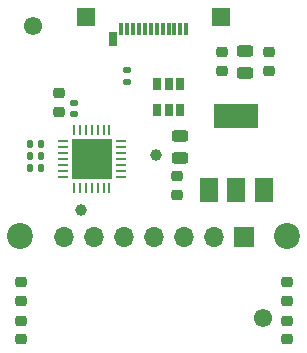
<source format=gbr>
%TF.GenerationSoftware,KiCad,Pcbnew,(5.99.0-11663-g8172737d6f)*%
%TF.CreationDate,2021-08-09T10:24:35+02:00*%
%TF.ProjectId,Framework_Serial,4672616d-6577-46f7-926b-5f5365726961,rev?*%
%TF.SameCoordinates,Original*%
%TF.FileFunction,Soldermask,Top*%
%TF.FilePolarity,Negative*%
%FSLAX46Y46*%
G04 Gerber Fmt 4.6, Leading zero omitted, Abs format (unit mm)*
G04 Created by KiCad (PCBNEW (5.99.0-11663-g8172737d6f)) date 2021-08-09 10:24:35*
%MOMM*%
%LPD*%
G01*
G04 APERTURE LIST*
G04 Aperture macros list*
%AMRoundRect*
0 Rectangle with rounded corners*
0 $1 Rounding radius*
0 $2 $3 $4 $5 $6 $7 $8 $9 X,Y pos of 4 corners*
0 Add a 4 corners polygon primitive as box body*
4,1,4,$2,$3,$4,$5,$6,$7,$8,$9,$2,$3,0*
0 Add four circle primitives for the rounded corners*
1,1,$1+$1,$2,$3*
1,1,$1+$1,$4,$5*
1,1,$1+$1,$6,$7*
1,1,$1+$1,$8,$9*
0 Add four rect primitives between the rounded corners*
20,1,$1+$1,$2,$3,$4,$5,0*
20,1,$1+$1,$4,$5,$6,$7,0*
20,1,$1+$1,$6,$7,$8,$9,0*
20,1,$1+$1,$8,$9,$2,$3,0*%
G04 Aperture macros list end*
%ADD10C,1.552000*%
%ADD11R,1.700000X1.700000*%
%ADD12O,1.700000X1.700000*%
%ADD13R,1.500000X1.500000*%
%ADD14RoundRect,0.243750X-0.456250X0.243750X-0.456250X-0.243750X0.456250X-0.243750X0.456250X0.243750X0*%
%ADD15C,1.000000*%
%ADD16R,3.800000X2.000000*%
%ADD17R,1.500000X2.000000*%
%ADD18RoundRect,0.147500X-0.147500X-0.172500X0.147500X-0.172500X0.147500X0.172500X-0.147500X0.172500X0*%
%ADD19RoundRect,0.147500X0.147500X0.172500X-0.147500X0.172500X-0.147500X-0.172500X0.147500X-0.172500X0*%
%ADD20RoundRect,0.147500X-0.172500X0.147500X-0.172500X-0.147500X0.172500X-0.147500X0.172500X0.147500X0*%
%ADD21RoundRect,0.147500X0.172500X-0.147500X0.172500X0.147500X-0.172500X0.147500X-0.172500X-0.147500X0*%
%ADD22RoundRect,0.218750X0.256250X-0.218750X0.256250X0.218750X-0.256250X0.218750X-0.256250X-0.218750X0*%
%ADD23RoundRect,0.218750X-0.256250X0.218750X-0.256250X-0.218750X0.256250X-0.218750X0.256250X0.218750X0*%
%ADD24C,2.200000*%
%ADD25RoundRect,0.062500X-0.062500X0.337500X-0.062500X-0.337500X0.062500X-0.337500X0.062500X0.337500X0*%
%ADD26RoundRect,0.062500X-0.337500X0.062500X-0.337500X-0.062500X0.337500X-0.062500X0.337500X0.062500X0*%
%ADD27R,3.350000X3.350000*%
%ADD28R,0.380000X1.000000*%
%ADD29R,0.700000X1.150000*%
%ADD30R,0.650000X1.060000*%
G04 APERTURE END LIST*
D10*
%TO.C,REF\u002A\u002A*%
X72250000Y-29500000D03*
%TD*%
%TO.C,REF\u002A\u002A*%
X91750000Y-54250000D03*
%TD*%
D11*
%TO.C,J1*%
X90120000Y-47375000D03*
D12*
X87580000Y-47375000D03*
X85040000Y-47375000D03*
X82500000Y-47375000D03*
X79960000Y-47375000D03*
X77420000Y-47375000D03*
X74880000Y-47375000D03*
%TD*%
D13*
%TO.C,TP4*%
X88218020Y-28761941D03*
%TD*%
%TO.C,TP3*%
X76788836Y-28752515D03*
%TD*%
D14*
%TO.C,C8*%
X84750000Y-38812500D03*
X84750000Y-40687500D03*
%TD*%
D15*
%TO.C,TP2*%
X82670051Y-40428698D03*
%TD*%
%TO.C,TP1*%
X76305662Y-45092617D03*
%TD*%
D16*
%TO.C,U3*%
X89500000Y-37100000D03*
D17*
X89500000Y-43400000D03*
X91800000Y-43400000D03*
X87200000Y-43400000D03*
%TD*%
D18*
%TO.C,R4*%
X72015000Y-40500000D03*
X72985000Y-40500000D03*
%TD*%
D19*
%TO.C,R3*%
X72985000Y-39500000D03*
X72015000Y-39500000D03*
%TD*%
D18*
%TO.C,R2*%
X72015000Y-41500000D03*
X72985000Y-41500000D03*
%TD*%
D20*
%TO.C,R1*%
X80250000Y-33265000D03*
X80250000Y-34235000D03*
%TD*%
D21*
%TO.C,C7*%
X75750000Y-36985000D03*
X75750000Y-36015000D03*
%TD*%
D22*
%TO.C,C6*%
X74500000Y-36787500D03*
X74500000Y-35212500D03*
%TD*%
%TO.C,C3*%
X84500000Y-43787500D03*
X84500000Y-42212500D03*
%TD*%
D14*
%TO.C,FB1*%
X90250000Y-31625000D03*
X90250000Y-33500000D03*
%TD*%
D23*
%TO.C,R5*%
X71250000Y-51212500D03*
X71250000Y-52787500D03*
%TD*%
D24*
%TO.C,H1*%
X71204087Y-47253302D03*
%TD*%
D25*
%TO.C,U2*%
X78750000Y-38300000D03*
X78250000Y-38300000D03*
X77750000Y-38300000D03*
X77250000Y-38300000D03*
X76750000Y-38300000D03*
X76250000Y-38300000D03*
X75750000Y-38300000D03*
D26*
X74800000Y-39250000D03*
X74800000Y-39750000D03*
X74800000Y-40250000D03*
X74800000Y-40750000D03*
X74800000Y-41250000D03*
X74800000Y-41750000D03*
X74800000Y-42250000D03*
D25*
X75750000Y-43200000D03*
X76250000Y-43200000D03*
X76750000Y-43200000D03*
X77250000Y-43200000D03*
X77750000Y-43200000D03*
X78250000Y-43200000D03*
X78750000Y-43200000D03*
D26*
X79700000Y-42250000D03*
X79700000Y-41750000D03*
X79700000Y-41250000D03*
X79700000Y-40750000D03*
X79700000Y-40250000D03*
X79700000Y-39750000D03*
X79700000Y-39250000D03*
D27*
X77250000Y-40750000D03*
%TD*%
D23*
%TO.C,R6*%
X93750000Y-51212500D03*
X93750000Y-52787500D03*
%TD*%
D24*
%TO.C,H2*%
X93804087Y-47253302D03*
%TD*%
D28*
%TO.C,P1*%
X79750000Y-29790000D03*
X80250000Y-29790000D03*
X80750000Y-29790000D03*
X81250000Y-29790000D03*
X81750000Y-29790000D03*
X82250000Y-29790000D03*
X82750000Y-29790000D03*
X83250000Y-29790000D03*
X83750000Y-29790000D03*
X84250000Y-29790000D03*
X84750000Y-29790000D03*
X85250000Y-29790000D03*
D29*
X79080000Y-30630000D03*
%TD*%
D23*
%TO.C,C1*%
X88250000Y-31712500D03*
X88250000Y-33287500D03*
%TD*%
D30*
%TO.C,U1*%
X82800000Y-36600000D03*
X83750000Y-36600000D03*
X84700000Y-36600000D03*
X84700000Y-34400000D03*
X83750000Y-34400000D03*
X82800000Y-34400000D03*
%TD*%
D22*
%TO.C,D1*%
X71250000Y-56037500D03*
X71250000Y-54462500D03*
%TD*%
%TO.C,D2*%
X93750000Y-56037500D03*
X93750000Y-54462500D03*
%TD*%
%TO.C,C2*%
X92250000Y-33287500D03*
X92250000Y-31712500D03*
%TD*%
M02*

</source>
